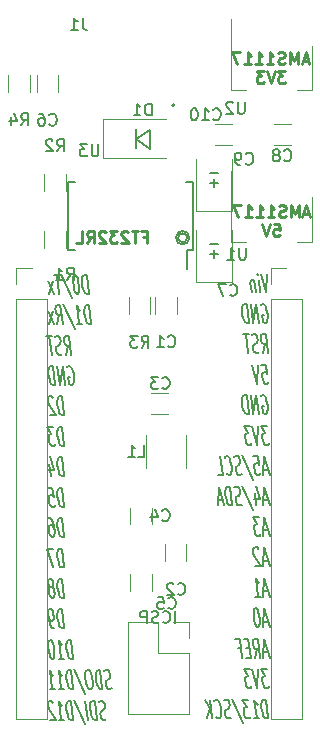
<source format=gbr>
%TF.GenerationSoftware,KiCad,Pcbnew,6.0.4-6f826c9f35~116~ubuntu20.04.1*%
%TF.CreationDate,2022-04-09T15:47:31+02:00*%
%TF.ProjectId,Arduini_TPSE,41726475-696e-4695-9f54-5053452e6b69,rev?*%
%TF.SameCoordinates,Original*%
%TF.FileFunction,Legend,Bot*%
%TF.FilePolarity,Positive*%
%FSLAX46Y46*%
G04 Gerber Fmt 4.6, Leading zero omitted, Abs format (unit mm)*
G04 Created by KiCad (PCBNEW 6.0.4-6f826c9f35~116~ubuntu20.04.1) date 2022-04-09 15:47:31*
%MOMM*%
%LPD*%
G01*
G04 APERTURE LIST*
%ADD10C,0.200000*%
%ADD11C,0.150000*%
%ADD12C,0.250000*%
%ADD13C,0.160000*%
%ADD14C,0.120000*%
G04 APERTURE END LIST*
D10*
X12275000Y50225000D02*
X12275000Y48675000D01*
X12275000Y48675000D02*
X11150000Y49500000D01*
X11100000Y50325000D02*
X11100000Y48700000D01*
X11150000Y49500000D02*
X12275000Y50225000D01*
X17362500Y40575000D02*
X18037500Y40575000D01*
X17375000Y39725000D02*
X18050000Y39725000D01*
X17712500Y39387500D02*
X17712500Y40062500D01*
X17375000Y45725000D02*
X18050000Y45725000D01*
X17362500Y46575000D02*
X18037500Y46575000D01*
D11*
X15638480Y41125000D02*
G75*
G03*
X15638480Y41125000I-570088J0D01*
G01*
X15450000Y41125000D02*
G75*
G03*
X15450000Y41125000I-381608J0D01*
G01*
D10*
X17712500Y45387500D02*
X17712500Y46062500D01*
X22234285Y38088190D02*
X22167619Y36488190D01*
X21700952Y38088190D01*
X21634285Y36488190D02*
X21500952Y37554857D01*
X21434285Y38088190D02*
X21481904Y38012000D01*
X21453333Y37935809D01*
X21405714Y38012000D01*
X21434285Y38088190D01*
X21453333Y37935809D01*
X21120000Y37554857D02*
X21253333Y36488190D01*
X21139047Y37402476D02*
X21091428Y37478666D01*
X21005714Y37554857D01*
X20891428Y37554857D01*
X20824761Y37478666D01*
X20805714Y37326285D01*
X20910476Y36488190D01*
X21710476Y35436000D02*
X21777142Y35512190D01*
X21891428Y35512190D01*
X22015238Y35436000D01*
X22110476Y35283619D01*
X22167619Y35131238D01*
X22243809Y34826476D01*
X22272380Y34597904D01*
X22272380Y34293142D01*
X22253333Y34140761D01*
X22196190Y33988380D01*
X22091428Y33912190D01*
X22015238Y33912190D01*
X21891428Y33988380D01*
X21843809Y34064571D01*
X21777142Y34597904D01*
X21929523Y34597904D01*
X21520000Y33912190D02*
X21320000Y35512190D01*
X21062857Y33912190D01*
X20862857Y35512190D01*
X20681904Y33912190D02*
X20481904Y35512190D01*
X20291428Y35512190D01*
X20186666Y35436000D01*
X20129523Y35283619D01*
X20110476Y35131238D01*
X20110476Y34826476D01*
X20139047Y34597904D01*
X20215238Y34293142D01*
X20272380Y34140761D01*
X20367619Y33988380D01*
X20491428Y33912190D01*
X20681904Y33912190D01*
X21862857Y31336190D02*
X22034285Y32098095D01*
X22320000Y31336190D02*
X22120000Y32936190D01*
X21815238Y32936190D01*
X21748571Y32860000D01*
X21720000Y32783809D01*
X21700952Y32631428D01*
X21729523Y32402857D01*
X21786666Y32250476D01*
X21834285Y32174285D01*
X21920000Y32098095D01*
X22224761Y32098095D01*
X21548571Y31412380D02*
X21443809Y31336190D01*
X21253333Y31336190D01*
X21167619Y31412380D01*
X21120000Y31488571D01*
X21062857Y31640952D01*
X21043809Y31793333D01*
X21062857Y31945714D01*
X21091428Y32021904D01*
X21158095Y32098095D01*
X21300952Y32174285D01*
X21367619Y32250476D01*
X21396190Y32326666D01*
X21415238Y32479047D01*
X21396190Y32631428D01*
X21339047Y32783809D01*
X21291428Y32860000D01*
X21205714Y32936190D01*
X21015238Y32936190D01*
X20910476Y32860000D01*
X20672380Y32936190D02*
X20215238Y32936190D01*
X20643809Y31336190D02*
X20443809Y32936190D01*
X21739047Y30360190D02*
X22120000Y30360190D01*
X22253333Y29598285D01*
X22205714Y29674476D01*
X22120000Y29750666D01*
X21929523Y29750666D01*
X21862857Y29674476D01*
X21834285Y29598285D01*
X21815238Y29445904D01*
X21862857Y29064952D01*
X21920000Y28912571D01*
X21967619Y28836380D01*
X22053333Y28760190D01*
X22243809Y28760190D01*
X22310476Y28836380D01*
X22339047Y28912571D01*
X21472380Y30360190D02*
X21405714Y28760190D01*
X20939047Y30360190D01*
X21710476Y27708000D02*
X21777142Y27784190D01*
X21891428Y27784190D01*
X22015238Y27708000D01*
X22110476Y27555619D01*
X22167619Y27403238D01*
X22243809Y27098476D01*
X22272380Y26869904D01*
X22272380Y26565142D01*
X22253333Y26412761D01*
X22196190Y26260380D01*
X22091428Y26184190D01*
X22015238Y26184190D01*
X21891428Y26260380D01*
X21843809Y26336571D01*
X21777142Y26869904D01*
X21929523Y26869904D01*
X21520000Y26184190D02*
X21320000Y27784190D01*
X21062857Y26184190D01*
X20862857Y27784190D01*
X20681904Y26184190D02*
X20481904Y27784190D01*
X20291428Y27784190D01*
X20186666Y27708000D01*
X20129523Y27555619D01*
X20110476Y27403238D01*
X20110476Y27098476D01*
X20139047Y26869904D01*
X20215238Y26565142D01*
X20272380Y26412761D01*
X20367619Y26260380D01*
X20491428Y26184190D01*
X20681904Y26184190D01*
X22196190Y25208190D02*
X21700952Y25208190D01*
X22043809Y24598666D01*
X21929523Y24598666D01*
X21862857Y24522476D01*
X21834285Y24446285D01*
X21815238Y24293904D01*
X21862857Y23912952D01*
X21920000Y23760571D01*
X21967619Y23684380D01*
X22053333Y23608190D01*
X22281904Y23608190D01*
X22348571Y23684380D01*
X22377142Y23760571D01*
X21472380Y25208190D02*
X21405714Y23608190D01*
X20939047Y25208190D01*
X20748571Y25208190D02*
X20253333Y25208190D01*
X20596190Y24598666D01*
X20481904Y24598666D01*
X20415238Y24522476D01*
X20386666Y24446285D01*
X20367619Y24293904D01*
X20415238Y23912952D01*
X20472380Y23760571D01*
X20520000Y23684380D01*
X20605714Y23608190D01*
X20834285Y23608190D01*
X20900952Y23684380D01*
X20929523Y23760571D01*
X22300952Y21489333D02*
X21920000Y21489333D01*
X22434285Y21032190D02*
X21967619Y22632190D01*
X21900952Y21032190D01*
X21053333Y22632190D02*
X21434285Y22632190D01*
X21567619Y21870285D01*
X21520000Y21946476D01*
X21434285Y22022666D01*
X21243809Y22022666D01*
X21177142Y21946476D01*
X21148571Y21870285D01*
X21129523Y21717904D01*
X21177142Y21336952D01*
X21234285Y21184571D01*
X21281904Y21108380D01*
X21367619Y21032190D01*
X21558095Y21032190D01*
X21624761Y21108380D01*
X21653333Y21184571D01*
X20091428Y22708380D02*
X21034285Y20651238D01*
X20062857Y21108380D02*
X19958095Y21032190D01*
X19767619Y21032190D01*
X19681904Y21108380D01*
X19634285Y21184571D01*
X19577142Y21336952D01*
X19558095Y21489333D01*
X19577142Y21641714D01*
X19605714Y21717904D01*
X19672380Y21794095D01*
X19815238Y21870285D01*
X19881904Y21946476D01*
X19910476Y22022666D01*
X19929523Y22175047D01*
X19910476Y22327428D01*
X19853333Y22479809D01*
X19805714Y22556000D01*
X19720000Y22632190D01*
X19529523Y22632190D01*
X19424761Y22556000D01*
X18796190Y21184571D02*
X18843809Y21108380D01*
X18967619Y21032190D01*
X19043809Y21032190D01*
X19148571Y21108380D01*
X19205714Y21260761D01*
X19224761Y21413142D01*
X19224761Y21717904D01*
X19196190Y21946476D01*
X19120000Y22251238D01*
X19062857Y22403619D01*
X18967619Y22556000D01*
X18843809Y22632190D01*
X18767619Y22632190D01*
X18662857Y22556000D01*
X18634285Y22479809D01*
X18091428Y21032190D02*
X18472380Y21032190D01*
X18272380Y22632190D01*
X22300952Y18913333D02*
X21920000Y18913333D01*
X22434285Y18456190D02*
X21967619Y20056190D01*
X21900952Y18456190D01*
X21158095Y19522857D02*
X21291428Y18456190D01*
X21272380Y20132380D02*
X21605714Y18989523D01*
X21110476Y18989523D01*
X20091428Y20132380D02*
X21034285Y18075238D01*
X20062857Y18532380D02*
X19958095Y18456190D01*
X19767619Y18456190D01*
X19681904Y18532380D01*
X19634285Y18608571D01*
X19577142Y18760952D01*
X19558095Y18913333D01*
X19577142Y19065714D01*
X19605714Y19141904D01*
X19672380Y19218095D01*
X19815238Y19294285D01*
X19881904Y19370476D01*
X19910476Y19446666D01*
X19929523Y19599047D01*
X19910476Y19751428D01*
X19853333Y19903809D01*
X19805714Y19980000D01*
X19720000Y20056190D01*
X19529523Y20056190D01*
X19424761Y19980000D01*
X19272380Y18456190D02*
X19072380Y20056190D01*
X18881904Y20056190D01*
X18777142Y19980000D01*
X18720000Y19827619D01*
X18700952Y19675238D01*
X18700952Y19370476D01*
X18729523Y19141904D01*
X18805714Y18837142D01*
X18862857Y18684761D01*
X18958095Y18532380D01*
X19081904Y18456190D01*
X19272380Y18456190D01*
X18453333Y18913333D02*
X18072380Y18913333D01*
X18586666Y18456190D02*
X18120000Y20056190D01*
X18053333Y18456190D01*
X22300952Y16337333D02*
X21920000Y16337333D01*
X22434285Y15880190D02*
X21967619Y17480190D01*
X21900952Y15880190D01*
X21510476Y17480190D02*
X21015238Y17480190D01*
X21358095Y16870666D01*
X21243809Y16870666D01*
X21177142Y16794476D01*
X21148571Y16718285D01*
X21129523Y16565904D01*
X21177142Y16184952D01*
X21234285Y16032571D01*
X21281904Y15956380D01*
X21367619Y15880190D01*
X21596190Y15880190D01*
X21662857Y15956380D01*
X21691428Y16032571D01*
X22300952Y13761333D02*
X21920000Y13761333D01*
X22434285Y13304190D02*
X21967619Y14904190D01*
X21900952Y13304190D01*
X21491428Y14751809D02*
X21443809Y14828000D01*
X21358095Y14904190D01*
X21167619Y14904190D01*
X21100952Y14828000D01*
X21072380Y14751809D01*
X21053333Y14599428D01*
X21072380Y14447047D01*
X21139047Y14218476D01*
X21710476Y13304190D01*
X21215238Y13304190D01*
X22300952Y11185333D02*
X21920000Y11185333D01*
X22434285Y10728190D02*
X21967619Y12328190D01*
X21900952Y10728190D01*
X21215238Y10728190D02*
X21672380Y10728190D01*
X21443809Y10728190D02*
X21243809Y12328190D01*
X21348571Y12099619D01*
X21443809Y11947238D01*
X21529523Y11871047D01*
X22300952Y8609333D02*
X21920000Y8609333D01*
X22434285Y8152190D02*
X21967619Y9752190D01*
X21900952Y8152190D01*
X21281904Y9752190D02*
X21205714Y9752190D01*
X21139047Y9676000D01*
X21110476Y9599809D01*
X21091428Y9447428D01*
X21091428Y9142666D01*
X21139047Y8761714D01*
X21215238Y8456952D01*
X21272380Y8304571D01*
X21320000Y8228380D01*
X21405714Y8152190D01*
X21481904Y8152190D01*
X21548571Y8228380D01*
X21577142Y8304571D01*
X21596190Y8456952D01*
X21596190Y8761714D01*
X21548571Y9142666D01*
X21472380Y9447428D01*
X21415238Y9599809D01*
X21367619Y9676000D01*
X21281904Y9752190D01*
X22300952Y6033333D02*
X21920000Y6033333D01*
X22434285Y5576190D02*
X21967619Y7176190D01*
X21900952Y5576190D01*
X21177142Y5576190D02*
X21348571Y6338095D01*
X21634285Y5576190D02*
X21434285Y7176190D01*
X21129523Y7176190D01*
X21062857Y7100000D01*
X21034285Y7023809D01*
X21015238Y6871428D01*
X21043809Y6642857D01*
X21100952Y6490476D01*
X21148571Y6414285D01*
X21234285Y6338095D01*
X21539047Y6338095D01*
X20729523Y6414285D02*
X20462857Y6414285D01*
X20453333Y5576190D02*
X20834285Y5576190D01*
X20634285Y7176190D01*
X20253333Y7176190D01*
X19739047Y6414285D02*
X20005714Y6414285D01*
X20110476Y5576190D02*
X19910476Y7176190D01*
X19529523Y7176190D01*
X22196190Y4600190D02*
X21700952Y4600190D01*
X22043809Y3990666D01*
X21929523Y3990666D01*
X21862857Y3914476D01*
X21834285Y3838285D01*
X21815238Y3685904D01*
X21862857Y3304952D01*
X21920000Y3152571D01*
X21967619Y3076380D01*
X22053333Y3000190D01*
X22281904Y3000190D01*
X22348571Y3076380D01*
X22377142Y3152571D01*
X21472380Y4600190D02*
X21405714Y3000190D01*
X20939047Y4600190D01*
X20748571Y4600190D02*
X20253333Y4600190D01*
X20596190Y3990666D01*
X20481904Y3990666D01*
X20415238Y3914476D01*
X20386666Y3838285D01*
X20367619Y3685904D01*
X20415238Y3304952D01*
X20472380Y3152571D01*
X20520000Y3076380D01*
X20605714Y3000190D01*
X20834285Y3000190D01*
X20900952Y3076380D01*
X20929523Y3152571D01*
X22320000Y424190D02*
X22120000Y2024190D01*
X21929523Y2024190D01*
X21824761Y1948000D01*
X21767619Y1795619D01*
X21748571Y1643238D01*
X21748571Y1338476D01*
X21777142Y1109904D01*
X21853333Y805142D01*
X21910476Y652761D01*
X22005714Y500380D01*
X22129523Y424190D01*
X22320000Y424190D01*
X21100952Y424190D02*
X21558095Y424190D01*
X21329523Y424190D02*
X21129523Y2024190D01*
X21234285Y1795619D01*
X21329523Y1643238D01*
X21415238Y1567047D01*
X20634285Y2024190D02*
X20139047Y2024190D01*
X20481904Y1414666D01*
X20367619Y1414666D01*
X20300952Y1338476D01*
X20272380Y1262285D01*
X20253333Y1109904D01*
X20300952Y728952D01*
X20358095Y576571D01*
X20405714Y500380D01*
X20491428Y424190D01*
X20720000Y424190D01*
X20786666Y500380D01*
X20815238Y576571D01*
X19215238Y2100380D02*
X20158095Y43238D01*
X19186666Y500380D02*
X19081904Y424190D01*
X18891428Y424190D01*
X18805714Y500380D01*
X18758095Y576571D01*
X18700952Y728952D01*
X18681904Y881333D01*
X18700952Y1033714D01*
X18729523Y1109904D01*
X18796190Y1186095D01*
X18939047Y1262285D01*
X19005714Y1338476D01*
X19034285Y1414666D01*
X19053333Y1567047D01*
X19034285Y1719428D01*
X18977142Y1871809D01*
X18929523Y1948000D01*
X18843809Y2024190D01*
X18653333Y2024190D01*
X18548571Y1948000D01*
X17920000Y576571D02*
X17967619Y500380D01*
X18091428Y424190D01*
X18167619Y424190D01*
X18272380Y500380D01*
X18329523Y652761D01*
X18348571Y805142D01*
X18348571Y1109904D01*
X18320000Y1338476D01*
X18243809Y1643238D01*
X18186666Y1795619D01*
X18091428Y1948000D01*
X17967619Y2024190D01*
X17891428Y2024190D01*
X17786666Y1948000D01*
X17758095Y1871809D01*
X17596190Y424190D02*
X17396190Y2024190D01*
X17139047Y424190D02*
X17367619Y1338476D01*
X16939047Y2024190D02*
X17510476Y1109904D01*
D12*
X25715476Y56113333D02*
X25239285Y56113333D01*
X25810714Y55827619D02*
X25477380Y56827619D01*
X25144047Y55827619D01*
X24810714Y55827619D02*
X24810714Y56827619D01*
X24477380Y56113333D01*
X24144047Y56827619D01*
X24144047Y55827619D01*
X23715476Y55875238D02*
X23572619Y55827619D01*
X23334523Y55827619D01*
X23239285Y55875238D01*
X23191666Y55922857D01*
X23144047Y56018095D01*
X23144047Y56113333D01*
X23191666Y56208571D01*
X23239285Y56256190D01*
X23334523Y56303809D01*
X23525000Y56351428D01*
X23620238Y56399047D01*
X23667857Y56446666D01*
X23715476Y56541904D01*
X23715476Y56637142D01*
X23667857Y56732380D01*
X23620238Y56780000D01*
X23525000Y56827619D01*
X23286904Y56827619D01*
X23144047Y56780000D01*
X22191666Y55827619D02*
X22763095Y55827619D01*
X22477380Y55827619D02*
X22477380Y56827619D01*
X22572619Y56684761D01*
X22667857Y56589523D01*
X22763095Y56541904D01*
X21239285Y55827619D02*
X21810714Y55827619D01*
X21525000Y55827619D02*
X21525000Y56827619D01*
X21620238Y56684761D01*
X21715476Y56589523D01*
X21810714Y56541904D01*
X20286904Y55827619D02*
X20858333Y55827619D01*
X20572619Y55827619D02*
X20572619Y56827619D01*
X20667857Y56684761D01*
X20763095Y56589523D01*
X20858333Y56541904D01*
X19953571Y56827619D02*
X19286904Y56827619D01*
X19715476Y55827619D01*
X23763095Y55217619D02*
X23144047Y55217619D01*
X23477380Y54836666D01*
X23334523Y54836666D01*
X23239285Y54789047D01*
X23191666Y54741428D01*
X23144047Y54646190D01*
X23144047Y54408095D01*
X23191666Y54312857D01*
X23239285Y54265238D01*
X23334523Y54217619D01*
X23620238Y54217619D01*
X23715476Y54265238D01*
X23763095Y54312857D01*
X22858333Y55217619D02*
X22525000Y54217619D01*
X22191666Y55217619D01*
X21953571Y55217619D02*
X21334523Y55217619D01*
X21667857Y54836666D01*
X21525000Y54836666D01*
X21429761Y54789047D01*
X21382142Y54741428D01*
X21334523Y54646190D01*
X21334523Y54408095D01*
X21382142Y54312857D01*
X21429761Y54265238D01*
X21525000Y54217619D01*
X21810714Y54217619D01*
X21905952Y54265238D01*
X21953571Y54312857D01*
X11696428Y41221428D02*
X12029761Y41221428D01*
X12029761Y40697619D02*
X12029761Y41697619D01*
X11553571Y41697619D01*
X11315476Y41697619D02*
X10744047Y41697619D01*
X11029761Y40697619D02*
X11029761Y41697619D01*
X10458333Y41602380D02*
X10410714Y41650000D01*
X10315476Y41697619D01*
X10077380Y41697619D01*
X9982142Y41650000D01*
X9934523Y41602380D01*
X9886904Y41507142D01*
X9886904Y41411904D01*
X9934523Y41269047D01*
X10505952Y40697619D01*
X9886904Y40697619D01*
X9553571Y41697619D02*
X8934523Y41697619D01*
X9267857Y41316666D01*
X9125000Y41316666D01*
X9029761Y41269047D01*
X8982142Y41221428D01*
X8934523Y41126190D01*
X8934523Y40888095D01*
X8982142Y40792857D01*
X9029761Y40745238D01*
X9125000Y40697619D01*
X9410714Y40697619D01*
X9505952Y40745238D01*
X9553571Y40792857D01*
X8553571Y41602380D02*
X8505952Y41650000D01*
X8410714Y41697619D01*
X8172619Y41697619D01*
X8077380Y41650000D01*
X8029761Y41602380D01*
X7982142Y41507142D01*
X7982142Y41411904D01*
X8029761Y41269047D01*
X8601190Y40697619D01*
X7982142Y40697619D01*
X6982142Y40697619D02*
X7315476Y41173809D01*
X7553571Y40697619D02*
X7553571Y41697619D01*
X7172619Y41697619D01*
X7077380Y41650000D01*
X7029761Y41602380D01*
X6982142Y41507142D01*
X6982142Y41364285D01*
X7029761Y41269047D01*
X7077380Y41221428D01*
X7172619Y41173809D01*
X7553571Y41173809D01*
X6077380Y40697619D02*
X6553571Y40697619D01*
X6553571Y41697619D01*
D10*
X7134142Y36388190D02*
X6934142Y37988190D01*
X6743666Y37988190D01*
X6638904Y37912000D01*
X6581761Y37759619D01*
X6562714Y37607238D01*
X6562714Y37302476D01*
X6591285Y37073904D01*
X6667476Y36769142D01*
X6724619Y36616761D01*
X6819857Y36464380D01*
X6943666Y36388190D01*
X7134142Y36388190D01*
X5981761Y37988190D02*
X5905571Y37988190D01*
X5838904Y37912000D01*
X5810333Y37835809D01*
X5791285Y37683428D01*
X5791285Y37378666D01*
X5838904Y36997714D01*
X5915095Y36692952D01*
X5972238Y36540571D01*
X6019857Y36464380D01*
X6105571Y36388190D01*
X6181761Y36388190D01*
X6248428Y36464380D01*
X6276999Y36540571D01*
X6296047Y36692952D01*
X6296047Y36997714D01*
X6248428Y37378666D01*
X6172238Y37683428D01*
X6115095Y37835809D01*
X6067476Y37912000D01*
X5981761Y37988190D01*
X4791285Y38064380D02*
X5734142Y36007238D01*
X4648428Y37988190D02*
X4191285Y37988190D01*
X4619857Y36388190D02*
X4419857Y37988190D01*
X4200809Y36388190D02*
X3648428Y37454857D01*
X4067476Y37454857D02*
X3781761Y36388190D01*
X7324619Y33812190D02*
X7124619Y35412190D01*
X6934142Y35412190D01*
X6829380Y35336000D01*
X6772238Y35183619D01*
X6753190Y35031238D01*
X6753190Y34726476D01*
X6781761Y34497904D01*
X6857952Y34193142D01*
X6915095Y34040761D01*
X7010333Y33888380D01*
X7134142Y33812190D01*
X7324619Y33812190D01*
X6105571Y33812190D02*
X6562714Y33812190D01*
X6334142Y33812190D02*
X6134142Y35412190D01*
X6238904Y35183619D01*
X6334142Y35031238D01*
X6419857Y34955047D01*
X4981761Y35488380D02*
X5924619Y33431238D01*
X4467476Y33812190D02*
X4638904Y34574095D01*
X4924619Y33812190D02*
X4724619Y35412190D01*
X4419857Y35412190D01*
X4353190Y35336000D01*
X4324619Y35259809D01*
X4305571Y35107428D01*
X4334142Y34878857D01*
X4391285Y34726476D01*
X4438904Y34650285D01*
X4524619Y34574095D01*
X4829380Y34574095D01*
X4200809Y33812190D02*
X3648428Y34878857D01*
X4067476Y34878857D02*
X3781761Y33812190D01*
X5191285Y31236190D02*
X5362714Y31998095D01*
X5648428Y31236190D02*
X5448428Y32836190D01*
X5143666Y32836190D01*
X5077000Y32760000D01*
X5048428Y32683809D01*
X5029380Y32531428D01*
X5057952Y32302857D01*
X5115095Y32150476D01*
X5162714Y32074285D01*
X5248428Y31998095D01*
X5553190Y31998095D01*
X4877000Y31312380D02*
X4772238Y31236190D01*
X4581761Y31236190D01*
X4496047Y31312380D01*
X4448428Y31388571D01*
X4391285Y31540952D01*
X4372238Y31693333D01*
X4391285Y31845714D01*
X4419857Y31921904D01*
X4486523Y31998095D01*
X4629380Y32074285D01*
X4696047Y32150476D01*
X4724619Y32226666D01*
X4743666Y32379047D01*
X4724619Y32531428D01*
X4667476Y32683809D01*
X4619857Y32760000D01*
X4534142Y32836190D01*
X4343666Y32836190D01*
X4238904Y32760000D01*
X4000809Y32836190D02*
X3543666Y32836190D01*
X3972238Y31236190D02*
X3772238Y32836190D01*
X5305571Y30184000D02*
X5372238Y30260190D01*
X5486523Y30260190D01*
X5610333Y30184000D01*
X5705571Y30031619D01*
X5762714Y29879238D01*
X5838904Y29574476D01*
X5867476Y29345904D01*
X5867476Y29041142D01*
X5848428Y28888761D01*
X5791285Y28736380D01*
X5686523Y28660190D01*
X5610333Y28660190D01*
X5486523Y28736380D01*
X5438904Y28812571D01*
X5372238Y29345904D01*
X5524619Y29345904D01*
X5115095Y28660190D02*
X4915095Y30260190D01*
X4657952Y28660190D01*
X4457952Y30260190D01*
X4277000Y28660190D02*
X4077000Y30260190D01*
X3886523Y30260190D01*
X3781761Y30184000D01*
X3724619Y30031619D01*
X3705571Y29879238D01*
X3705571Y29574476D01*
X3734142Y29345904D01*
X3810333Y29041142D01*
X3867476Y28888761D01*
X3962714Y28736380D01*
X4086523Y28660190D01*
X4277000Y28660190D01*
X5038904Y26084190D02*
X4838904Y27684190D01*
X4648428Y27684190D01*
X4543666Y27608000D01*
X4486523Y27455619D01*
X4467476Y27303238D01*
X4467476Y26998476D01*
X4496047Y26769904D01*
X4572238Y26465142D01*
X4629380Y26312761D01*
X4724619Y26160380D01*
X4848428Y26084190D01*
X5038904Y26084190D01*
X4096047Y27531809D02*
X4048428Y27608000D01*
X3962714Y27684190D01*
X3772238Y27684190D01*
X3705571Y27608000D01*
X3677000Y27531809D01*
X3657952Y27379428D01*
X3677000Y27227047D01*
X3743666Y26998476D01*
X4315095Y26084190D01*
X3819857Y26084190D01*
X5038904Y23508190D02*
X4838904Y25108190D01*
X4648428Y25108190D01*
X4543666Y25032000D01*
X4486523Y24879619D01*
X4467476Y24727238D01*
X4467476Y24422476D01*
X4496047Y24193904D01*
X4572238Y23889142D01*
X4629380Y23736761D01*
X4724619Y23584380D01*
X4848428Y23508190D01*
X5038904Y23508190D01*
X4115095Y25108190D02*
X3619857Y25108190D01*
X3962714Y24498666D01*
X3848428Y24498666D01*
X3781761Y24422476D01*
X3753190Y24346285D01*
X3734142Y24193904D01*
X3781761Y23812952D01*
X3838904Y23660571D01*
X3886523Y23584380D01*
X3972238Y23508190D01*
X4200809Y23508190D01*
X4267476Y23584380D01*
X4296047Y23660571D01*
X5038904Y20932190D02*
X4838904Y22532190D01*
X4648428Y22532190D01*
X4543666Y22456000D01*
X4486523Y22303619D01*
X4467476Y22151238D01*
X4467476Y21846476D01*
X4496047Y21617904D01*
X4572238Y21313142D01*
X4629380Y21160761D01*
X4724619Y21008380D01*
X4848428Y20932190D01*
X5038904Y20932190D01*
X3762714Y21998857D02*
X3896047Y20932190D01*
X3877000Y22608380D02*
X4210333Y21465523D01*
X3715095Y21465523D01*
X5038904Y18356190D02*
X4838904Y19956190D01*
X4648428Y19956190D01*
X4543666Y19880000D01*
X4486523Y19727619D01*
X4467476Y19575238D01*
X4467476Y19270476D01*
X4496047Y19041904D01*
X4572238Y18737142D01*
X4629380Y18584761D01*
X4724619Y18432380D01*
X4848428Y18356190D01*
X5038904Y18356190D01*
X3657952Y19956190D02*
X4038904Y19956190D01*
X4172238Y19194285D01*
X4124619Y19270476D01*
X4038904Y19346666D01*
X3848428Y19346666D01*
X3781761Y19270476D01*
X3753190Y19194285D01*
X3734142Y19041904D01*
X3781761Y18660952D01*
X3838904Y18508571D01*
X3886523Y18432380D01*
X3972238Y18356190D01*
X4162714Y18356190D01*
X4229380Y18432380D01*
X4257952Y18508571D01*
X5038904Y15780190D02*
X4838904Y17380190D01*
X4648428Y17380190D01*
X4543666Y17304000D01*
X4486523Y17151619D01*
X4467476Y16999238D01*
X4467476Y16694476D01*
X4496047Y16465904D01*
X4572238Y16161142D01*
X4629380Y16008761D01*
X4724619Y15856380D01*
X4848428Y15780190D01*
X5038904Y15780190D01*
X3696047Y17380190D02*
X3848428Y17380190D01*
X3934142Y17304000D01*
X3981761Y17227809D01*
X4086523Y16999238D01*
X4162714Y16694476D01*
X4238904Y16084952D01*
X4219857Y15932571D01*
X4191285Y15856380D01*
X4124619Y15780190D01*
X3972238Y15780190D01*
X3886523Y15856380D01*
X3838904Y15932571D01*
X3781761Y16084952D01*
X3734142Y16465904D01*
X3753190Y16618285D01*
X3781761Y16694476D01*
X3848428Y16770666D01*
X4000809Y16770666D01*
X4086523Y16694476D01*
X4134142Y16618285D01*
X4191285Y16465904D01*
X5038904Y13204190D02*
X4838904Y14804190D01*
X4648428Y14804190D01*
X4543666Y14728000D01*
X4486523Y14575619D01*
X4467476Y14423238D01*
X4467476Y14118476D01*
X4496047Y13889904D01*
X4572238Y13585142D01*
X4629380Y13432761D01*
X4724619Y13280380D01*
X4848428Y13204190D01*
X5038904Y13204190D01*
X4115095Y14804190D02*
X3581761Y14804190D01*
X4124619Y13204190D01*
X5038904Y10628190D02*
X4838904Y12228190D01*
X4648428Y12228190D01*
X4543666Y12152000D01*
X4486523Y11999619D01*
X4467476Y11847238D01*
X4467476Y11542476D01*
X4496047Y11313904D01*
X4572238Y11009142D01*
X4629380Y10856761D01*
X4724619Y10704380D01*
X4848428Y10628190D01*
X5038904Y10628190D01*
X4010333Y11542476D02*
X4077000Y11618666D01*
X4105571Y11694857D01*
X4124619Y11847238D01*
X4115095Y11923428D01*
X4057952Y12075809D01*
X4010333Y12152000D01*
X3924619Y12228190D01*
X3772238Y12228190D01*
X3705571Y12152000D01*
X3677000Y12075809D01*
X3657952Y11923428D01*
X3667476Y11847238D01*
X3724619Y11694857D01*
X3772238Y11618666D01*
X3857952Y11542476D01*
X4010333Y11542476D01*
X4096047Y11466285D01*
X4143666Y11390095D01*
X4200809Y11237714D01*
X4238904Y10932952D01*
X4219857Y10780571D01*
X4191285Y10704380D01*
X4124619Y10628190D01*
X3972238Y10628190D01*
X3886523Y10704380D01*
X3838904Y10780571D01*
X3781761Y10932952D01*
X3743666Y11237714D01*
X3762714Y11390095D01*
X3791285Y11466285D01*
X3857952Y11542476D01*
X5038904Y8052190D02*
X4838904Y9652190D01*
X4648428Y9652190D01*
X4543666Y9576000D01*
X4486523Y9423619D01*
X4467476Y9271238D01*
X4467476Y8966476D01*
X4496047Y8737904D01*
X4572238Y8433142D01*
X4629380Y8280761D01*
X4724619Y8128380D01*
X4848428Y8052190D01*
X5038904Y8052190D01*
X4200809Y8052190D02*
X4048428Y8052190D01*
X3962714Y8128380D01*
X3915095Y8204571D01*
X3810333Y8433142D01*
X3734142Y8737904D01*
X3657952Y9347428D01*
X3677000Y9499809D01*
X3705571Y9576000D01*
X3772238Y9652190D01*
X3924619Y9652190D01*
X4010333Y9576000D01*
X4057952Y9499809D01*
X4115095Y9347428D01*
X4162714Y8966476D01*
X4143666Y8814095D01*
X4115095Y8737904D01*
X4048428Y8661714D01*
X3896047Y8661714D01*
X3810333Y8737904D01*
X3762714Y8814095D01*
X3705571Y8966476D01*
X5800809Y5476190D02*
X5600809Y7076190D01*
X5410333Y7076190D01*
X5305571Y7000000D01*
X5248428Y6847619D01*
X5229380Y6695238D01*
X5229380Y6390476D01*
X5257952Y6161904D01*
X5334142Y5857142D01*
X5391285Y5704761D01*
X5486523Y5552380D01*
X5610333Y5476190D01*
X5800809Y5476190D01*
X4581761Y5476190D02*
X5038904Y5476190D01*
X4810333Y5476190D02*
X4610333Y7076190D01*
X4715095Y6847619D01*
X4810333Y6695238D01*
X4896047Y6619047D01*
X3886523Y7076190D02*
X3810333Y7076190D01*
X3743666Y7000000D01*
X3715095Y6923809D01*
X3696047Y6771428D01*
X3696047Y6466666D01*
X3743666Y6085714D01*
X3819857Y5780952D01*
X3876999Y5628571D01*
X3924619Y5552380D01*
X4010333Y5476190D01*
X4086523Y5476190D01*
X4153190Y5552380D01*
X4181761Y5628571D01*
X4200809Y5780952D01*
X4200809Y6085714D01*
X4153190Y6466666D01*
X4076999Y6771428D01*
X4019857Y6923809D01*
X3972238Y7000000D01*
X3886523Y7076190D01*
X9067476Y2976380D02*
X8962714Y2900190D01*
X8772238Y2900190D01*
X8686523Y2976380D01*
X8638904Y3052571D01*
X8581761Y3204952D01*
X8562714Y3357333D01*
X8581761Y3509714D01*
X8610333Y3585904D01*
X8677000Y3662095D01*
X8819857Y3738285D01*
X8886523Y3814476D01*
X8915095Y3890666D01*
X8934142Y4043047D01*
X8915095Y4195428D01*
X8857952Y4347809D01*
X8810333Y4424000D01*
X8724619Y4500190D01*
X8534142Y4500190D01*
X8429380Y4424000D01*
X8277000Y2900190D02*
X8077000Y4500190D01*
X7886523Y4500190D01*
X7781761Y4424000D01*
X7724619Y4271619D01*
X7705571Y4119238D01*
X7705571Y3814476D01*
X7734142Y3585904D01*
X7810333Y3281142D01*
X7867476Y3128761D01*
X7962714Y2976380D01*
X8086523Y2900190D01*
X8277000Y2900190D01*
X7124619Y4500190D02*
X6972238Y4500190D01*
X6905571Y4424000D01*
X6848428Y4271619D01*
X6848428Y3966857D01*
X6915095Y3433523D01*
X6991285Y3128761D01*
X7086523Y2976380D01*
X7172238Y2900190D01*
X7324619Y2900190D01*
X7391285Y2976380D01*
X7448428Y3128761D01*
X7448428Y3433523D01*
X7381761Y3966857D01*
X7305571Y4271619D01*
X7210333Y4424000D01*
X7124619Y4500190D01*
X5857952Y4576380D02*
X6800809Y2519238D01*
X5800809Y2900190D02*
X5600809Y4500190D01*
X5410333Y4500190D01*
X5305571Y4424000D01*
X5248428Y4271619D01*
X5229380Y4119238D01*
X5229380Y3814476D01*
X5257952Y3585904D01*
X5334142Y3281142D01*
X5391285Y3128761D01*
X5486523Y2976380D01*
X5610333Y2900190D01*
X5800809Y2900190D01*
X4581761Y2900190D02*
X5038904Y2900190D01*
X4810333Y2900190D02*
X4610333Y4500190D01*
X4715095Y4271619D01*
X4810333Y4119238D01*
X4896047Y4043047D01*
X3819857Y2900190D02*
X4277000Y2900190D01*
X4048428Y2900190D02*
X3848428Y4500190D01*
X3953190Y4271619D01*
X4048428Y4119238D01*
X4134142Y4043047D01*
X8610333Y400380D02*
X8505571Y324190D01*
X8315095Y324190D01*
X8229380Y400380D01*
X8181761Y476571D01*
X8124619Y628952D01*
X8105571Y781333D01*
X8124619Y933714D01*
X8153190Y1009904D01*
X8219857Y1086095D01*
X8362714Y1162285D01*
X8429380Y1238476D01*
X8457952Y1314666D01*
X8477000Y1467047D01*
X8457952Y1619428D01*
X8400809Y1771809D01*
X8353190Y1848000D01*
X8267476Y1924190D01*
X8077000Y1924190D01*
X7972238Y1848000D01*
X7819857Y324190D02*
X7619857Y1924190D01*
X7429380Y1924190D01*
X7324619Y1848000D01*
X7267476Y1695619D01*
X7248428Y1543238D01*
X7248428Y1238476D01*
X7277000Y1009904D01*
X7353190Y705142D01*
X7410333Y552761D01*
X7505571Y400380D01*
X7629380Y324190D01*
X7819857Y324190D01*
X7019857Y324190D02*
X6819857Y1924190D01*
X5857952Y2000380D02*
X6800809Y-56761D01*
X5800809Y324190D02*
X5600809Y1924190D01*
X5410333Y1924190D01*
X5305571Y1848000D01*
X5248428Y1695619D01*
X5229380Y1543238D01*
X5229380Y1238476D01*
X5257952Y1009904D01*
X5334142Y705142D01*
X5391285Y552761D01*
X5486523Y400380D01*
X5610333Y324190D01*
X5800809Y324190D01*
X4581761Y324190D02*
X5038904Y324190D01*
X4810333Y324190D02*
X4610333Y1924190D01*
X4715095Y1695619D01*
X4810333Y1543238D01*
X4896047Y1467047D01*
X4096047Y1771809D02*
X4048428Y1848000D01*
X3962714Y1924190D01*
X3772238Y1924190D01*
X3705571Y1848000D01*
X3677000Y1771809D01*
X3657952Y1619428D01*
X3677000Y1467047D01*
X3743666Y1238476D01*
X4315095Y324190D01*
X3819857Y324190D01*
D12*
X25790476Y43163333D02*
X25314285Y43163333D01*
X25885714Y42877619D02*
X25552380Y43877619D01*
X25219047Y42877619D01*
X24885714Y42877619D02*
X24885714Y43877619D01*
X24552380Y43163333D01*
X24219047Y43877619D01*
X24219047Y42877619D01*
X23790476Y42925238D02*
X23647619Y42877619D01*
X23409523Y42877619D01*
X23314285Y42925238D01*
X23266666Y42972857D01*
X23219047Y43068095D01*
X23219047Y43163333D01*
X23266666Y43258571D01*
X23314285Y43306190D01*
X23409523Y43353809D01*
X23600000Y43401428D01*
X23695238Y43449047D01*
X23742857Y43496666D01*
X23790476Y43591904D01*
X23790476Y43687142D01*
X23742857Y43782380D01*
X23695238Y43830000D01*
X23600000Y43877619D01*
X23361904Y43877619D01*
X23219047Y43830000D01*
X22266666Y42877619D02*
X22838095Y42877619D01*
X22552380Y42877619D02*
X22552380Y43877619D01*
X22647619Y43734761D01*
X22742857Y43639523D01*
X22838095Y43591904D01*
X21314285Y42877619D02*
X21885714Y42877619D01*
X21600000Y42877619D02*
X21600000Y43877619D01*
X21695238Y43734761D01*
X21790476Y43639523D01*
X21885714Y43591904D01*
X20361904Y42877619D02*
X20933333Y42877619D01*
X20647619Y42877619D02*
X20647619Y43877619D01*
X20742857Y43734761D01*
X20838095Y43639523D01*
X20933333Y43591904D01*
X20028571Y43877619D02*
X19361904Y43877619D01*
X19790476Y42877619D01*
X22790476Y42267619D02*
X23266666Y42267619D01*
X23314285Y41791428D01*
X23266666Y41839047D01*
X23171428Y41886666D01*
X22933333Y41886666D01*
X22838095Y41839047D01*
X22790476Y41791428D01*
X22742857Y41696190D01*
X22742857Y41458095D01*
X22790476Y41362857D01*
X22838095Y41315238D01*
X22933333Y41267619D01*
X23171428Y41267619D01*
X23266666Y41315238D01*
X23314285Y41362857D01*
X22457142Y42267619D02*
X22123809Y41267619D01*
X21790476Y42267619D01*
D13*
%TO.C,U2*%
X20311904Y52622619D02*
X20311904Y51813095D01*
X20264285Y51717857D01*
X20216666Y51670238D01*
X20121428Y51622619D01*
X19930952Y51622619D01*
X19835714Y51670238D01*
X19788095Y51717857D01*
X19740476Y51813095D01*
X19740476Y52622619D01*
X19311904Y52527380D02*
X19264285Y52575000D01*
X19169047Y52622619D01*
X18930952Y52622619D01*
X18835714Y52575000D01*
X18788095Y52527380D01*
X18740476Y52432142D01*
X18740476Y52336904D01*
X18788095Y52194047D01*
X19359523Y51622619D01*
X18740476Y51622619D01*
%TO.C,U3*%
X7936904Y49022619D02*
X7936904Y48213095D01*
X7889285Y48117857D01*
X7841666Y48070238D01*
X7746428Y48022619D01*
X7555952Y48022619D01*
X7460714Y48070238D01*
X7413095Y48117857D01*
X7365476Y48213095D01*
X7365476Y49022619D01*
X6984523Y49022619D02*
X6365476Y49022619D01*
X6698809Y48641666D01*
X6555952Y48641666D01*
X6460714Y48594047D01*
X6413095Y48546428D01*
X6365476Y48451190D01*
X6365476Y48213095D01*
X6413095Y48117857D01*
X6460714Y48070238D01*
X6555952Y48022619D01*
X6841666Y48022619D01*
X6936904Y48070238D01*
X6984523Y48117857D01*
%TO.C,C7*%
X19091666Y36292857D02*
X19139285Y36245238D01*
X19282142Y36197619D01*
X19377380Y36197619D01*
X19520238Y36245238D01*
X19615476Y36340476D01*
X19663095Y36435714D01*
X19710714Y36626190D01*
X19710714Y36769047D01*
X19663095Y36959523D01*
X19615476Y37054761D01*
X19520238Y37150000D01*
X19377380Y37197619D01*
X19282142Y37197619D01*
X19139285Y37150000D01*
X19091666Y37102380D01*
X18758333Y37197619D02*
X18091666Y37197619D01*
X18520238Y36197619D01*
%TO.C,J1*%
X6608333Y59722619D02*
X6608333Y59008333D01*
X6655952Y58865476D01*
X6751190Y58770238D01*
X6894047Y58722619D01*
X6989285Y58722619D01*
X5608333Y58722619D02*
X6179761Y58722619D01*
X5894047Y58722619D02*
X5894047Y59722619D01*
X5989285Y59579761D01*
X6084523Y59484523D01*
X6179761Y59436904D01*
%TO.C,R2*%
X4416666Y48447619D02*
X4750000Y48923809D01*
X4988095Y48447619D02*
X4988095Y49447619D01*
X4607142Y49447619D01*
X4511904Y49400000D01*
X4464285Y49352380D01*
X4416666Y49257142D01*
X4416666Y49114285D01*
X4464285Y49019047D01*
X4511904Y48971428D01*
X4607142Y48923809D01*
X4988095Y48923809D01*
X4035714Y49352380D02*
X3988095Y49400000D01*
X3892857Y49447619D01*
X3654761Y49447619D01*
X3559523Y49400000D01*
X3511904Y49352380D01*
X3464285Y49257142D01*
X3464285Y49161904D01*
X3511904Y49019047D01*
X4083333Y48447619D01*
X3464285Y48447619D01*
%TO.C,R3*%
X11591666Y31822619D02*
X11925000Y32298809D01*
X12163095Y31822619D02*
X12163095Y32822619D01*
X11782142Y32822619D01*
X11686904Y32775000D01*
X11639285Y32727380D01*
X11591666Y32632142D01*
X11591666Y32489285D01*
X11639285Y32394047D01*
X11686904Y32346428D01*
X11782142Y32298809D01*
X12163095Y32298809D01*
X11258333Y32822619D02*
X10639285Y32822619D01*
X10972619Y32441666D01*
X10829761Y32441666D01*
X10734523Y32394047D01*
X10686904Y32346428D01*
X10639285Y32251190D01*
X10639285Y32013095D01*
X10686904Y31917857D01*
X10734523Y31870238D01*
X10829761Y31822619D01*
X11115476Y31822619D01*
X11210714Y31870238D01*
X11258333Y31917857D01*
%TO.C,U1*%
X20436904Y40272619D02*
X20436904Y39463095D01*
X20389285Y39367857D01*
X20341666Y39320238D01*
X20246428Y39272619D01*
X20055952Y39272619D01*
X19960714Y39320238D01*
X19913095Y39367857D01*
X19865476Y39463095D01*
X19865476Y40272619D01*
X18865476Y39272619D02*
X19436904Y39272619D01*
X19151190Y39272619D02*
X19151190Y40272619D01*
X19246428Y40129761D01*
X19341666Y40034523D01*
X19436904Y39986904D01*
%TO.C,C3*%
X13341666Y28417857D02*
X13389285Y28370238D01*
X13532142Y28322619D01*
X13627380Y28322619D01*
X13770238Y28370238D01*
X13865476Y28465476D01*
X13913095Y28560714D01*
X13960714Y28751190D01*
X13960714Y28894047D01*
X13913095Y29084523D01*
X13865476Y29179761D01*
X13770238Y29275000D01*
X13627380Y29322619D01*
X13532142Y29322619D01*
X13389285Y29275000D01*
X13341666Y29227380D01*
X13008333Y29322619D02*
X12389285Y29322619D01*
X12722619Y28941666D01*
X12579761Y28941666D01*
X12484523Y28894047D01*
X12436904Y28846428D01*
X12389285Y28751190D01*
X12389285Y28513095D01*
X12436904Y28417857D01*
X12484523Y28370238D01*
X12579761Y28322619D01*
X12865476Y28322619D01*
X12960714Y28370238D01*
X13008333Y28417857D01*
%TO.C,C2*%
X14666666Y10967857D02*
X14714285Y10920238D01*
X14857142Y10872619D01*
X14952380Y10872619D01*
X15095238Y10920238D01*
X15190476Y11015476D01*
X15238095Y11110714D01*
X15285714Y11301190D01*
X15285714Y11444047D01*
X15238095Y11634523D01*
X15190476Y11729761D01*
X15095238Y11825000D01*
X14952380Y11872619D01*
X14857142Y11872619D01*
X14714285Y11825000D01*
X14666666Y11777380D01*
X14285714Y11777380D02*
X14238095Y11825000D01*
X14142857Y11872619D01*
X13904761Y11872619D01*
X13809523Y11825000D01*
X13761904Y11777380D01*
X13714285Y11682142D01*
X13714285Y11586904D01*
X13761904Y11444047D01*
X14333333Y10872619D01*
X13714285Y10872619D01*
%TO.C,C10*%
X17667857Y51167857D02*
X17715476Y51120238D01*
X17858333Y51072619D01*
X17953571Y51072619D01*
X18096428Y51120238D01*
X18191666Y51215476D01*
X18239285Y51310714D01*
X18286904Y51501190D01*
X18286904Y51644047D01*
X18239285Y51834523D01*
X18191666Y51929761D01*
X18096428Y52025000D01*
X17953571Y52072619D01*
X17858333Y52072619D01*
X17715476Y52025000D01*
X17667857Y51977380D01*
X16715476Y51072619D02*
X17286904Y51072619D01*
X17001190Y51072619D02*
X17001190Y52072619D01*
X17096428Y51929761D01*
X17191666Y51834523D01*
X17286904Y51786904D01*
X16096428Y52072619D02*
X16001190Y52072619D01*
X15905952Y52025000D01*
X15858333Y51977380D01*
X15810714Y51882142D01*
X15763095Y51691666D01*
X15763095Y51453571D01*
X15810714Y51263095D01*
X15858333Y51167857D01*
X15905952Y51120238D01*
X16001190Y51072619D01*
X16096428Y51072619D01*
X16191666Y51120238D01*
X16239285Y51167857D01*
X16286904Y51263095D01*
X16334523Y51453571D01*
X16334523Y51691666D01*
X16286904Y51882142D01*
X16239285Y51977380D01*
X16191666Y52025000D01*
X16096428Y52072619D01*
%TO.C,C9*%
X20416666Y47417857D02*
X20464285Y47370238D01*
X20607142Y47322619D01*
X20702380Y47322619D01*
X20845238Y47370238D01*
X20940476Y47465476D01*
X20988095Y47560714D01*
X21035714Y47751190D01*
X21035714Y47894047D01*
X20988095Y48084523D01*
X20940476Y48179761D01*
X20845238Y48275000D01*
X20702380Y48322619D01*
X20607142Y48322619D01*
X20464285Y48275000D01*
X20416666Y48227380D01*
X19940476Y47322619D02*
X19750000Y47322619D01*
X19654761Y47370238D01*
X19607142Y47417857D01*
X19511904Y47560714D01*
X19464285Y47751190D01*
X19464285Y48132142D01*
X19511904Y48227380D01*
X19559523Y48275000D01*
X19654761Y48322619D01*
X19845238Y48322619D01*
X19940476Y48275000D01*
X19988095Y48227380D01*
X20035714Y48132142D01*
X20035714Y47894047D01*
X19988095Y47798809D01*
X19940476Y47751190D01*
X19845238Y47703571D01*
X19654761Y47703571D01*
X19559523Y47751190D01*
X19511904Y47798809D01*
X19464285Y47894047D01*
%TO.C,R1*%
X5266666Y37572619D02*
X5600000Y38048809D01*
X5838095Y37572619D02*
X5838095Y38572619D01*
X5457142Y38572619D01*
X5361904Y38525000D01*
X5314285Y38477380D01*
X5266666Y38382142D01*
X5266666Y38239285D01*
X5314285Y38144047D01*
X5361904Y38096428D01*
X5457142Y38048809D01*
X5838095Y38048809D01*
X4314285Y37572619D02*
X4885714Y37572619D01*
X4600000Y37572619D02*
X4600000Y38572619D01*
X4695238Y38429761D01*
X4790476Y38334523D01*
X4885714Y38286904D01*
%TO.C,C8*%
X23666666Y47692857D02*
X23714285Y47645238D01*
X23857142Y47597619D01*
X23952380Y47597619D01*
X24095238Y47645238D01*
X24190476Y47740476D01*
X24238095Y47835714D01*
X24285714Y48026190D01*
X24285714Y48169047D01*
X24238095Y48359523D01*
X24190476Y48454761D01*
X24095238Y48550000D01*
X23952380Y48597619D01*
X23857142Y48597619D01*
X23714285Y48550000D01*
X23666666Y48502380D01*
X23095238Y48169047D02*
X23190476Y48216666D01*
X23238095Y48264285D01*
X23285714Y48359523D01*
X23285714Y48407142D01*
X23238095Y48502380D01*
X23190476Y48550000D01*
X23095238Y48597619D01*
X22904761Y48597619D01*
X22809523Y48550000D01*
X22761904Y48502380D01*
X22714285Y48407142D01*
X22714285Y48359523D01*
X22761904Y48264285D01*
X22809523Y48216666D01*
X22904761Y48169047D01*
X23095238Y48169047D01*
X23190476Y48121428D01*
X23238095Y48073809D01*
X23285714Y47978571D01*
X23285714Y47788095D01*
X23238095Y47692857D01*
X23190476Y47645238D01*
X23095238Y47597619D01*
X22904761Y47597619D01*
X22809523Y47645238D01*
X22761904Y47692857D01*
X22714285Y47788095D01*
X22714285Y47978571D01*
X22761904Y48073809D01*
X22809523Y48121428D01*
X22904761Y48169047D01*
%TO.C,C6*%
X3791666Y50717857D02*
X3839285Y50670238D01*
X3982142Y50622619D01*
X4077380Y50622619D01*
X4220238Y50670238D01*
X4315476Y50765476D01*
X4363095Y50860714D01*
X4410714Y51051190D01*
X4410714Y51194047D01*
X4363095Y51384523D01*
X4315476Y51479761D01*
X4220238Y51575000D01*
X4077380Y51622619D01*
X3982142Y51622619D01*
X3839285Y51575000D01*
X3791666Y51527380D01*
X2934523Y51622619D02*
X3125000Y51622619D01*
X3220238Y51575000D01*
X3267857Y51527380D01*
X3363095Y51384523D01*
X3410714Y51194047D01*
X3410714Y50813095D01*
X3363095Y50717857D01*
X3315476Y50670238D01*
X3220238Y50622619D01*
X3029761Y50622619D01*
X2934523Y50670238D01*
X2886904Y50717857D01*
X2839285Y50813095D01*
X2839285Y51051190D01*
X2886904Y51146428D01*
X2934523Y51194047D01*
X3029761Y51241666D01*
X3220238Y51241666D01*
X3315476Y51194047D01*
X3363095Y51146428D01*
X3410714Y51051190D01*
D11*
%TO.C,J2*%
X14451190Y8522619D02*
X14451190Y9522619D01*
X13403571Y8617857D02*
X13451190Y8570238D01*
X13594047Y8522619D01*
X13689285Y8522619D01*
X13832142Y8570238D01*
X13927380Y8665476D01*
X13975000Y8760714D01*
X14022619Y8951190D01*
X14022619Y9094047D01*
X13975000Y9284523D01*
X13927380Y9379761D01*
X13832142Y9475000D01*
X13689285Y9522619D01*
X13594047Y9522619D01*
X13451190Y9475000D01*
X13403571Y9427380D01*
X13022619Y8570238D02*
X12879761Y8522619D01*
X12641666Y8522619D01*
X12546428Y8570238D01*
X12498809Y8617857D01*
X12451190Y8713095D01*
X12451190Y8808333D01*
X12498809Y8903571D01*
X12546428Y8951190D01*
X12641666Y8998809D01*
X12832142Y9046428D01*
X12927380Y9094047D01*
X12975000Y9141666D01*
X13022619Y9236904D01*
X13022619Y9332142D01*
X12975000Y9427380D01*
X12927380Y9475000D01*
X12832142Y9522619D01*
X12594047Y9522619D01*
X12451190Y9475000D01*
X12022619Y8522619D02*
X12022619Y9522619D01*
X11641666Y9522619D01*
X11546428Y9475000D01*
X11498809Y9427380D01*
X11451190Y9332142D01*
X11451190Y9189285D01*
X11498809Y9094047D01*
X11546428Y9046428D01*
X11641666Y8998809D01*
X12022619Y8998809D01*
D13*
%TO.C,C1*%
X13841666Y31942857D02*
X13889285Y31895238D01*
X14032142Y31847619D01*
X14127380Y31847619D01*
X14270238Y31895238D01*
X14365476Y31990476D01*
X14413095Y32085714D01*
X14460714Y32276190D01*
X14460714Y32419047D01*
X14413095Y32609523D01*
X14365476Y32704761D01*
X14270238Y32800000D01*
X14127380Y32847619D01*
X14032142Y32847619D01*
X13889285Y32800000D01*
X13841666Y32752380D01*
X12889285Y31847619D02*
X13460714Y31847619D01*
X13175000Y31847619D02*
X13175000Y32847619D01*
X13270238Y32704761D01*
X13365476Y32609523D01*
X13460714Y32561904D01*
%TO.C,C4*%
X13341666Y17217857D02*
X13389285Y17170238D01*
X13532142Y17122619D01*
X13627380Y17122619D01*
X13770238Y17170238D01*
X13865476Y17265476D01*
X13913095Y17360714D01*
X13960714Y17551190D01*
X13960714Y17694047D01*
X13913095Y17884523D01*
X13865476Y17979761D01*
X13770238Y18075000D01*
X13627380Y18122619D01*
X13532142Y18122619D01*
X13389285Y18075000D01*
X13341666Y18027380D01*
X12484523Y17789285D02*
X12484523Y17122619D01*
X12722619Y18170238D02*
X12960714Y17455952D01*
X12341666Y17455952D01*
%TO.C,D1*%
X12438095Y51472619D02*
X12438095Y52472619D01*
X12200000Y52472619D01*
X12057142Y52425000D01*
X11961904Y52329761D01*
X11914285Y52234523D01*
X11866666Y52044047D01*
X11866666Y51901190D01*
X11914285Y51710714D01*
X11961904Y51615476D01*
X12057142Y51520238D01*
X12200000Y51472619D01*
X12438095Y51472619D01*
X10914285Y51472619D02*
X11485714Y51472619D01*
X11200000Y51472619D02*
X11200000Y52472619D01*
X11295238Y52329761D01*
X11390476Y52234523D01*
X11485714Y52186904D01*
%TO.C,C5*%
X13866666Y9792857D02*
X13914285Y9745238D01*
X14057142Y9697619D01*
X14152380Y9697619D01*
X14295238Y9745238D01*
X14390476Y9840476D01*
X14438095Y9935714D01*
X14485714Y10126190D01*
X14485714Y10269047D01*
X14438095Y10459523D01*
X14390476Y10554761D01*
X14295238Y10650000D01*
X14152380Y10697619D01*
X14057142Y10697619D01*
X13914285Y10650000D01*
X13866666Y10602380D01*
X12961904Y10697619D02*
X13438095Y10697619D01*
X13485714Y10221428D01*
X13438095Y10269047D01*
X13342857Y10316666D01*
X13104761Y10316666D01*
X13009523Y10269047D01*
X12961904Y10221428D01*
X12914285Y10126190D01*
X12914285Y9888095D01*
X12961904Y9792857D01*
X13009523Y9745238D01*
X13104761Y9697619D01*
X13342857Y9697619D01*
X13438095Y9745238D01*
X13485714Y9792857D01*
%TO.C,R4*%
X1391666Y50647619D02*
X1725000Y51123809D01*
X1963095Y50647619D02*
X1963095Y51647619D01*
X1582142Y51647619D01*
X1486904Y51600000D01*
X1439285Y51552380D01*
X1391666Y51457142D01*
X1391666Y51314285D01*
X1439285Y51219047D01*
X1486904Y51171428D01*
X1582142Y51123809D01*
X1963095Y51123809D01*
X534523Y51314285D02*
X534523Y50647619D01*
X772619Y51695238D02*
X1010714Y50980952D01*
X391666Y50980952D01*
%TO.C,L1*%
X11316666Y22572619D02*
X11792857Y22572619D01*
X11792857Y23572619D01*
X10459523Y22572619D02*
X11030952Y22572619D01*
X10745238Y22572619D02*
X10745238Y23572619D01*
X10840476Y23429761D01*
X10935714Y23334523D01*
X11030952Y23286904D01*
D14*
%TO.C,U2*%
X19165000Y53615000D02*
X20425000Y53615000D01*
X19165000Y59625000D02*
X19165000Y53615000D01*
X25985000Y53615000D02*
X24725000Y53615000D01*
X25985000Y57375000D02*
X25985000Y53615000D01*
D11*
%TO.C,U3*%
X15975000Y40075000D02*
X15400000Y40075000D01*
X5325000Y40075000D02*
X5975000Y40075000D01*
X5325000Y40075000D02*
X5325000Y45825000D01*
X5325000Y45825000D02*
X5975000Y45825000D01*
X15975000Y40075000D02*
X15975000Y45825000D01*
X15400000Y40075000D02*
X15400000Y38475000D01*
X15975000Y45825000D02*
X15325000Y45825000D01*
D14*
%TO.C,C7*%
X19210000Y41750000D02*
X19210000Y37365000D01*
X16190000Y37365000D02*
X16190000Y41750000D01*
X19210000Y37365000D02*
X16190000Y37365000D01*
D10*
%TO.C,J1*%
X14375000Y52350000D02*
G75*
G03*
X14375000Y52350000I-100000J0D01*
G01*
D14*
%TO.C,R2*%
X3340000Y45072936D02*
X3340000Y46527064D01*
X5160000Y45072936D02*
X5160000Y46527064D01*
%TO.C,P1*%
X970000Y35970000D02*
X970000Y350000D01*
X2300000Y38570000D02*
X970000Y38570000D01*
X3630000Y350000D02*
X970000Y350000D01*
X3630000Y35970000D02*
X3630000Y350000D01*
X970000Y38570000D02*
X970000Y37240000D01*
X3630000Y35970000D02*
X970000Y35970000D01*
%TO.C,R3*%
X12310000Y34672936D02*
X12310000Y36127064D01*
X10490000Y34672936D02*
X10490000Y36127064D01*
%TO.C,U1*%
X19165000Y40790000D02*
X20425000Y40790000D01*
X19165000Y46800000D02*
X19165000Y40790000D01*
X25985000Y44550000D02*
X25985000Y40790000D01*
X25985000Y40790000D02*
X24725000Y40790000D01*
%TO.C,C3*%
X12426248Y26195000D02*
X13848752Y26195000D01*
X12426248Y28015000D02*
X13848752Y28015000D01*
%TO.C,C2*%
X15385000Y15153752D02*
X15385000Y13731248D01*
X13565000Y15153752D02*
X13565000Y13731248D01*
%TO.C,C10*%
X17838748Y48940000D02*
X19261252Y48940000D01*
X17838748Y50760000D02*
X19261252Y50760000D01*
%TO.C,C9*%
X19210000Y43365000D02*
X16190000Y43365000D01*
X16190000Y43365000D02*
X16190000Y47750000D01*
X19210000Y47750000D02*
X19210000Y43365000D01*
%TO.C,R1*%
X3340000Y41727064D02*
X3340000Y40272936D01*
X5160000Y41727064D02*
X5160000Y40272936D01*
%TO.C,C8*%
X24211252Y50760000D02*
X22788748Y50760000D01*
X24211252Y48940000D02*
X22788748Y48940000D01*
%TO.C,C6*%
X2715000Y54906252D02*
X2715000Y53483748D01*
X4535000Y54906252D02*
X4535000Y53483748D01*
%TO.C,J2*%
X13005000Y5960000D02*
X13005000Y8560000D01*
X15605000Y820000D02*
X10405000Y820000D01*
X13005000Y8560000D02*
X10405000Y8560000D01*
X15605000Y5960000D02*
X15605000Y820000D01*
X15605000Y8560000D02*
X14275000Y8560000D01*
X15605000Y5960000D02*
X13005000Y5960000D01*
X10405000Y8560000D02*
X10405000Y820000D01*
X15605000Y7230000D02*
X15605000Y8560000D01*
%TO.C,C1*%
X12740000Y34676248D02*
X12740000Y36098752D01*
X14560000Y34676248D02*
X14560000Y36098752D01*
%TO.C,C4*%
X12460000Y16856248D02*
X12460000Y18278752D01*
X10640000Y16856248D02*
X10640000Y18278752D01*
%TO.C,D1*%
X8300000Y47850000D02*
X8300000Y51150000D01*
X8300000Y47850000D02*
X13700000Y47850000D01*
X8300000Y51150000D02*
X13700000Y51150000D01*
%TO.C,C5*%
X10640000Y12628752D02*
X10640000Y11206248D01*
X12460000Y12628752D02*
X12460000Y11206248D01*
%TO.C,P2*%
X22520000Y38570000D02*
X22520000Y37240000D01*
X25180000Y35970000D02*
X22520000Y35970000D01*
X22520000Y35970000D02*
X22520000Y350000D01*
X25180000Y350000D02*
X22520000Y350000D01*
X23850000Y38570000D02*
X22520000Y38570000D01*
X25180000Y35970000D02*
X25180000Y350000D01*
%TO.C,R4*%
X315000Y53472936D02*
X315000Y54927064D01*
X2135000Y53472936D02*
X2135000Y54927064D01*
%TO.C,L1*%
X15385000Y21613748D02*
X15385000Y24386252D01*
X11965000Y21613748D02*
X11965000Y24386252D01*
%TD*%
M02*

</source>
